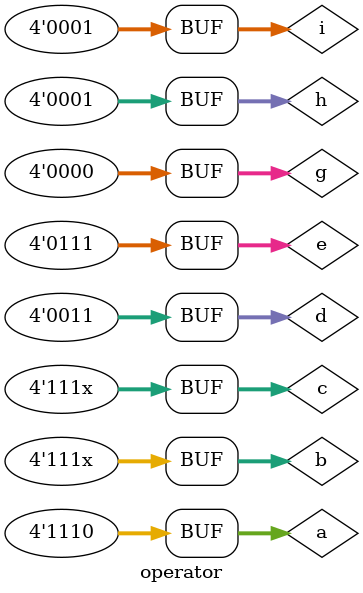
<source format=sv>
module operator();
  reg [3:0] a,b,c,d,e,f,g,h,i;
  
  
  initial 
    
    begin 
  
      a=4'b1110;
      b=4'b111x;
      c=4'b111x;
      d=4'b011;
      e=4'b0111;
      
      f = a!=e!==b ;
      g= a==e;
      h= b===c;
      i= d!==e;
      
      
      $monitor("a=%b,b=%b,c=%b,d=%b,e=%b,f=%b,g=%b,h=%b,i=%b",a,b,c,d,e,f,g,h,i);
    
    end 
         
  initial 
    
    begin 
      
      $dumpfile("dump.vcd");
      $dumpvars();
      
    end
  
endmodule


</source>
